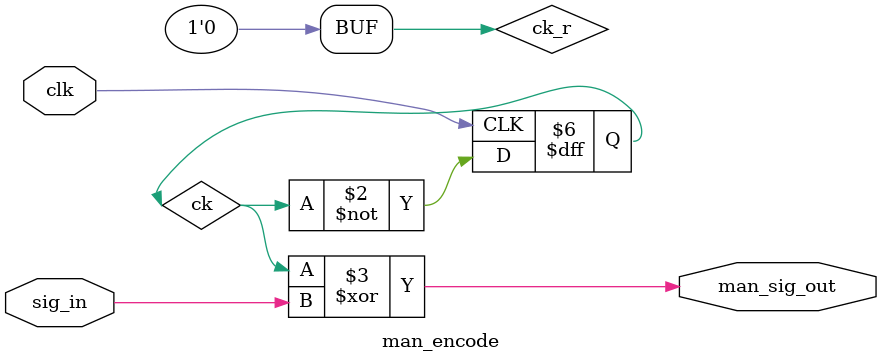
<source format=v>
`timescale 1ns / 1ps


module man_encode(
	 input clk,
    input sig_in,
    output man_sig_out
    );

reg ck=0;
reg ck_r=0;
always @(posedge clk) begin
    ck<=ck_r;
    ck <= ~ ck;
end

assign man_sig_out = ck ^ sig_in;

endmodule

</source>
